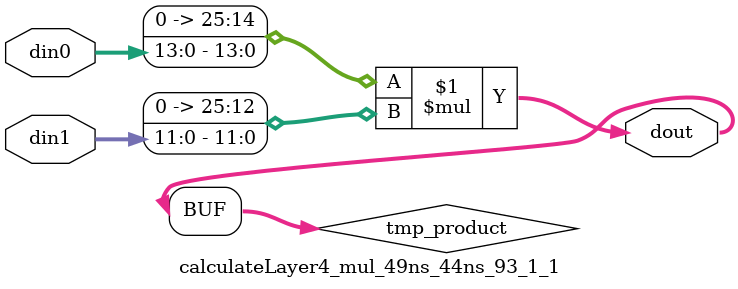
<source format=v>

`timescale 1 ns / 1 ps

  module calculateLayer4_mul_49ns_44ns_93_1_1(din0, din1, dout);
parameter ID = 1;
parameter NUM_STAGE = 0;
parameter din0_WIDTH = 14;
parameter din1_WIDTH = 12;
parameter dout_WIDTH = 26;

input [din0_WIDTH - 1 : 0] din0; 
input [din1_WIDTH - 1 : 0] din1; 
output [dout_WIDTH - 1 : 0] dout;

wire signed [dout_WIDTH - 1 : 0] tmp_product;










assign tmp_product = $signed({1'b0, din0}) * $signed({1'b0, din1});











assign dout = tmp_product;







endmodule

</source>
